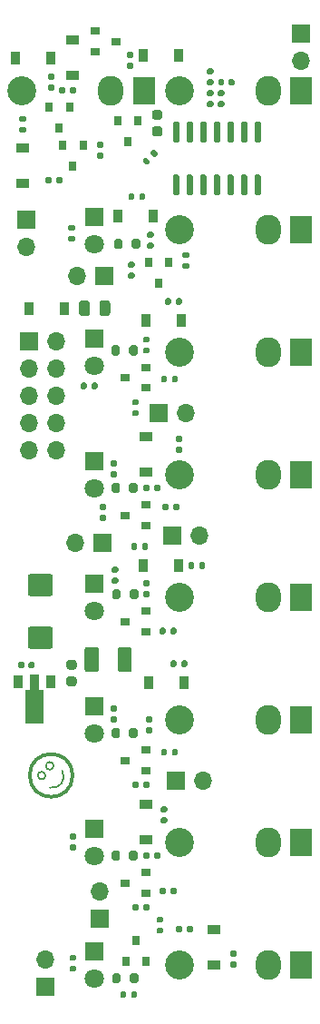
<source format=gts>
G04 #@! TF.GenerationSoftware,KiCad,Pcbnew,(5.1.10)-1*
G04 #@! TF.CreationDate,2021-11-26T00:00:13+01:00*
G04 #@! TF.ProjectId,clockdiv,636c6f63-6b64-4697-962e-6b696361645f,rev?*
G04 #@! TF.SameCoordinates,Original*
G04 #@! TF.FileFunction,Soldermask,Top*
G04 #@! TF.FilePolarity,Negative*
%FSLAX46Y46*%
G04 Gerber Fmt 4.6, Leading zero omitted, Abs format (unit mm)*
G04 Created by KiCad (PCBNEW (5.1.10)-1) date 2021-11-26 00:00:13*
%MOMM*%
%LPD*%
G01*
G04 APERTURE LIST*
%ADD10C,0.150000*%
%ADD11C,0.300000*%
%ADD12O,1.700000X1.700000*%
%ADD13R,1.700000X1.700000*%
%ADD14R,1.200000X0.900000*%
%ADD15R,0.900000X1.200000*%
%ADD16C,0.100000*%
%ADD17R,0.900000X1.300000*%
%ADD18O,2.350000X2.800000*%
%ADD19R,2.150000X2.600000*%
%ADD20C,2.700000*%
%ADD21R,0.800000X0.900000*%
%ADD22C,1.800000*%
%ADD23R,1.800000X1.800000*%
%ADD24R,0.900000X0.800000*%
G04 APERTURE END LIST*
D10*
X113293024Y-146527185D02*
G75*
G02*
X112141000Y-148082000I-898025J-538816D01*
G01*
X111738210Y-146960790D02*
G75*
G03*
X111738210Y-146960790I-359210J0D01*
G01*
X112500210Y-146050000D02*
G75*
G03*
X112500210Y-146050000I-359210J0D01*
G01*
D11*
X114268000Y-146942739D02*
G75*
G03*
X114268000Y-146942739I-2000000J0D01*
G01*
G04 #@! TO.C,C3*
G36*
G01*
X109754000Y-136482000D02*
X109754000Y-136822000D01*
G75*
G02*
X109614000Y-136962000I-140000J0D01*
G01*
X109334000Y-136962000D01*
G75*
G02*
X109194000Y-136822000I0J140000D01*
G01*
X109194000Y-136482000D01*
G75*
G02*
X109334000Y-136342000I140000J0D01*
G01*
X109614000Y-136342000D01*
G75*
G02*
X109754000Y-136482000I0J-140000D01*
G01*
G37*
G36*
G01*
X110714000Y-136482000D02*
X110714000Y-136822000D01*
G75*
G02*
X110574000Y-136962000I-140000J0D01*
G01*
X110294000Y-136962000D01*
G75*
G02*
X110154000Y-136822000I0J140000D01*
G01*
X110154000Y-136482000D01*
G75*
G02*
X110294000Y-136342000I140000J0D01*
G01*
X110574000Y-136342000D01*
G75*
G02*
X110714000Y-136482000I0J-140000D01*
G01*
G37*
G04 #@! TD*
G04 #@! TO.C,C1*
G36*
G01*
X128823000Y-82466000D02*
X128823000Y-82126000D01*
G75*
G02*
X128963000Y-81986000I140000J0D01*
G01*
X129243000Y-81986000D01*
G75*
G02*
X129383000Y-82126000I0J-140000D01*
G01*
X129383000Y-82466000D01*
G75*
G02*
X129243000Y-82606000I-140000J0D01*
G01*
X128963000Y-82606000D01*
G75*
G02*
X128823000Y-82466000I0J140000D01*
G01*
G37*
G36*
G01*
X127863000Y-82466000D02*
X127863000Y-82126000D01*
G75*
G02*
X128003000Y-81986000I140000J0D01*
G01*
X128283000Y-81986000D01*
G75*
G02*
X128423000Y-82126000I0J-140000D01*
G01*
X128423000Y-82466000D01*
G75*
G02*
X128283000Y-82606000I-140000J0D01*
G01*
X128003000Y-82606000D01*
G75*
G02*
X127863000Y-82466000I0J140000D01*
G01*
G37*
G04 #@! TD*
G04 #@! TO.C,R52*
G36*
G01*
X119267000Y-167201000D02*
X119267000Y-167571000D01*
G75*
G02*
X119132000Y-167706000I-135000J0D01*
G01*
X118862000Y-167706000D01*
G75*
G02*
X118727000Y-167571000I0J135000D01*
G01*
X118727000Y-167201000D01*
G75*
G02*
X118862000Y-167066000I135000J0D01*
G01*
X119132000Y-167066000D01*
G75*
G02*
X119267000Y-167201000I0J-135000D01*
G01*
G37*
G36*
G01*
X120287000Y-167201000D02*
X120287000Y-167571000D01*
G75*
G02*
X120152000Y-167706000I-135000J0D01*
G01*
X119882000Y-167706000D01*
G75*
G02*
X119747000Y-167571000I0J135000D01*
G01*
X119747000Y-167201000D01*
G75*
G02*
X119882000Y-167066000I135000J0D01*
G01*
X120152000Y-167066000D01*
G75*
G02*
X120287000Y-167201000I0J-135000D01*
G01*
G37*
G04 #@! TD*
G04 #@! TO.C,R51*
G36*
G01*
X120890000Y-159443000D02*
X120890000Y-159073000D01*
G75*
G02*
X121025000Y-158938000I135000J0D01*
G01*
X121295000Y-158938000D01*
G75*
G02*
X121430000Y-159073000I0J-135000D01*
G01*
X121430000Y-159443000D01*
G75*
G02*
X121295000Y-159578000I-135000J0D01*
G01*
X121025000Y-159578000D01*
G75*
G02*
X120890000Y-159443000I0J135000D01*
G01*
G37*
G36*
G01*
X119870000Y-159443000D02*
X119870000Y-159073000D01*
G75*
G02*
X120005000Y-158938000I135000J0D01*
G01*
X120275000Y-158938000D01*
G75*
G02*
X120410000Y-159073000I0J-135000D01*
G01*
X120410000Y-159443000D01*
G75*
G02*
X120275000Y-159578000I-135000J0D01*
G01*
X120005000Y-159578000D01*
G75*
G02*
X119870000Y-159443000I0J135000D01*
G01*
G37*
G04 #@! TD*
G04 #@! TO.C,R50*
G36*
G01*
X120888000Y-148013000D02*
X120888000Y-147643000D01*
G75*
G02*
X121023000Y-147508000I135000J0D01*
G01*
X121293000Y-147508000D01*
G75*
G02*
X121428000Y-147643000I0J-135000D01*
G01*
X121428000Y-148013000D01*
G75*
G02*
X121293000Y-148148000I-135000J0D01*
G01*
X121023000Y-148148000D01*
G75*
G02*
X120888000Y-148013000I0J135000D01*
G01*
G37*
G36*
G01*
X119868000Y-148013000D02*
X119868000Y-147643000D01*
G75*
G02*
X120003000Y-147508000I135000J0D01*
G01*
X120273000Y-147508000D01*
G75*
G02*
X120408000Y-147643000I0J-135000D01*
G01*
X120408000Y-148013000D01*
G75*
G02*
X120273000Y-148148000I-135000J0D01*
G01*
X120003000Y-148148000D01*
G75*
G02*
X119868000Y-148013000I0J135000D01*
G01*
G37*
G04 #@! TD*
G04 #@! TO.C,R49*
G36*
G01*
X120763000Y-125788000D02*
X120763000Y-125418000D01*
G75*
G02*
X120898000Y-125283000I135000J0D01*
G01*
X121168000Y-125283000D01*
G75*
G02*
X121303000Y-125418000I0J-135000D01*
G01*
X121303000Y-125788000D01*
G75*
G02*
X121168000Y-125923000I-135000J0D01*
G01*
X120898000Y-125923000D01*
G75*
G02*
X120763000Y-125788000I0J135000D01*
G01*
G37*
G36*
G01*
X119743000Y-125788000D02*
X119743000Y-125418000D01*
G75*
G02*
X119878000Y-125283000I135000J0D01*
G01*
X120148000Y-125283000D01*
G75*
G02*
X120283000Y-125418000I0J-135000D01*
G01*
X120283000Y-125788000D01*
G75*
G02*
X120148000Y-125923000I-135000J0D01*
G01*
X119878000Y-125923000D01*
G75*
G02*
X119743000Y-125788000I0J135000D01*
G01*
G37*
G04 #@! TD*
G04 #@! TO.C,R48*
G36*
G01*
X119957000Y-112889000D02*
X120327000Y-112889000D01*
G75*
G02*
X120462000Y-113024000I0J-135000D01*
G01*
X120462000Y-113294000D01*
G75*
G02*
X120327000Y-113429000I-135000J0D01*
G01*
X119957000Y-113429000D01*
G75*
G02*
X119822000Y-113294000I0J135000D01*
G01*
X119822000Y-113024000D01*
G75*
G02*
X119957000Y-112889000I135000J0D01*
G01*
G37*
G36*
G01*
X119957000Y-111869000D02*
X120327000Y-111869000D01*
G75*
G02*
X120462000Y-112004000I0J-135000D01*
G01*
X120462000Y-112274000D01*
G75*
G02*
X120327000Y-112409000I-135000J0D01*
G01*
X119957000Y-112409000D01*
G75*
G02*
X119822000Y-112274000I0J135000D01*
G01*
X119822000Y-112004000D01*
G75*
G02*
X119957000Y-111869000I135000J0D01*
G01*
G37*
G04 #@! TD*
G04 #@! TO.C,R47*
G36*
G01*
X116909000Y-122670000D02*
X117279000Y-122670000D01*
G75*
G02*
X117414000Y-122805000I0J-135000D01*
G01*
X117414000Y-123075000D01*
G75*
G02*
X117279000Y-123210000I-135000J0D01*
G01*
X116909000Y-123210000D01*
G75*
G02*
X116774000Y-123075000I0J135000D01*
G01*
X116774000Y-122805000D01*
G75*
G02*
X116909000Y-122670000I135000J0D01*
G01*
G37*
G36*
G01*
X116909000Y-121650000D02*
X117279000Y-121650000D01*
G75*
G02*
X117414000Y-121785000I0J-135000D01*
G01*
X117414000Y-122055000D01*
G75*
G02*
X117279000Y-122190000I-135000J0D01*
G01*
X116909000Y-122190000D01*
G75*
G02*
X116774000Y-122055000I0J135000D01*
G01*
X116774000Y-121785000D01*
G75*
G02*
X116909000Y-121650000I135000J0D01*
G01*
G37*
G04 #@! TD*
G04 #@! TO.C,R46*
G36*
G01*
X119576000Y-100062000D02*
X119946000Y-100062000D01*
G75*
G02*
X120081000Y-100197000I0J-135000D01*
G01*
X120081000Y-100467000D01*
G75*
G02*
X119946000Y-100602000I-135000J0D01*
G01*
X119576000Y-100602000D01*
G75*
G02*
X119441000Y-100467000I0J135000D01*
G01*
X119441000Y-100197000D01*
G75*
G02*
X119576000Y-100062000I135000J0D01*
G01*
G37*
G36*
G01*
X119576000Y-99042000D02*
X119946000Y-99042000D01*
G75*
G02*
X120081000Y-99177000I0J-135000D01*
G01*
X120081000Y-99447000D01*
G75*
G02*
X119946000Y-99582000I-135000J0D01*
G01*
X119576000Y-99582000D01*
G75*
G02*
X119441000Y-99447000I0J135000D01*
G01*
X119441000Y-99177000D01*
G75*
G02*
X119576000Y-99042000I135000J0D01*
G01*
G37*
G04 #@! TD*
D12*
G04 #@! TO.C,J19*
X111760000Y-164084000D03*
D13*
X111760000Y-166624000D03*
G04 #@! TD*
D12*
G04 #@! TO.C,J18*
X116840000Y-157734000D03*
D13*
X116840000Y-160274000D03*
G04 #@! TD*
D12*
G04 #@! TO.C,J17*
X126492000Y-147447000D03*
D13*
X123952000Y-147447000D03*
G04 #@! TD*
D12*
G04 #@! TO.C,J16*
X126111000Y-124587000D03*
D13*
X123571000Y-124587000D03*
G04 #@! TD*
D12*
G04 #@! TO.C,J15*
X124841000Y-113157000D03*
D13*
X122301000Y-113157000D03*
G04 #@! TD*
D12*
G04 #@! TO.C,J14*
X114554000Y-125222000D03*
D13*
X117094000Y-125222000D03*
G04 #@! TD*
D12*
G04 #@! TO.C,J13*
X114681000Y-100330000D03*
D13*
X117221000Y-100330000D03*
G04 #@! TD*
G04 #@! TO.C,R45*
G36*
G01*
X114115000Y-164705000D02*
X114485000Y-164705000D01*
G75*
G02*
X114620000Y-164840000I0J-135000D01*
G01*
X114620000Y-165110000D01*
G75*
G02*
X114485000Y-165245000I-135000J0D01*
G01*
X114115000Y-165245000D01*
G75*
G02*
X113980000Y-165110000I0J135000D01*
G01*
X113980000Y-164840000D01*
G75*
G02*
X114115000Y-164705000I135000J0D01*
G01*
G37*
G36*
G01*
X114115000Y-163685000D02*
X114485000Y-163685000D01*
G75*
G02*
X114620000Y-163820000I0J-135000D01*
G01*
X114620000Y-164090000D01*
G75*
G02*
X114485000Y-164225000I-135000J0D01*
G01*
X114115000Y-164225000D01*
G75*
G02*
X113980000Y-164090000I0J135000D01*
G01*
X113980000Y-163820000D01*
G75*
G02*
X114115000Y-163685000I135000J0D01*
G01*
G37*
G04 #@! TD*
G04 #@! TO.C,R44*
G36*
G01*
X129471000Y-163844000D02*
X129101000Y-163844000D01*
G75*
G02*
X128966000Y-163709000I0J135000D01*
G01*
X128966000Y-163439000D01*
G75*
G02*
X129101000Y-163304000I135000J0D01*
G01*
X129471000Y-163304000D01*
G75*
G02*
X129606000Y-163439000I0J-135000D01*
G01*
X129606000Y-163709000D01*
G75*
G02*
X129471000Y-163844000I-135000J0D01*
G01*
G37*
G36*
G01*
X129471000Y-164864000D02*
X129101000Y-164864000D01*
G75*
G02*
X128966000Y-164729000I0J135000D01*
G01*
X128966000Y-164459000D01*
G75*
G02*
X129101000Y-164324000I135000J0D01*
G01*
X129471000Y-164324000D01*
G75*
G02*
X129606000Y-164459000I0J-135000D01*
G01*
X129606000Y-164729000D01*
G75*
G02*
X129471000Y-164864000I-135000J0D01*
G01*
G37*
G04 #@! TD*
G04 #@! TO.C,R43*
G36*
G01*
X114115000Y-153402000D02*
X114485000Y-153402000D01*
G75*
G02*
X114620000Y-153537000I0J-135000D01*
G01*
X114620000Y-153807000D01*
G75*
G02*
X114485000Y-153942000I-135000J0D01*
G01*
X114115000Y-153942000D01*
G75*
G02*
X113980000Y-153807000I0J135000D01*
G01*
X113980000Y-153537000D01*
G75*
G02*
X114115000Y-153402000I135000J0D01*
G01*
G37*
G36*
G01*
X114115000Y-152382000D02*
X114485000Y-152382000D01*
G75*
G02*
X114620000Y-152517000I0J-135000D01*
G01*
X114620000Y-152787000D01*
G75*
G02*
X114485000Y-152922000I-135000J0D01*
G01*
X114115000Y-152922000D01*
G75*
G02*
X113980000Y-152787000I0J135000D01*
G01*
X113980000Y-152517000D01*
G75*
G02*
X114115000Y-152382000I135000J0D01*
G01*
G37*
G04 #@! TD*
G04 #@! TO.C,R42*
G36*
G01*
X122994000Y-150380000D02*
X122624000Y-150380000D01*
G75*
G02*
X122489000Y-150245000I0J135000D01*
G01*
X122489000Y-149975000D01*
G75*
G02*
X122624000Y-149840000I135000J0D01*
G01*
X122994000Y-149840000D01*
G75*
G02*
X123129000Y-149975000I0J-135000D01*
G01*
X123129000Y-150245000D01*
G75*
G02*
X122994000Y-150380000I-135000J0D01*
G01*
G37*
G36*
G01*
X122994000Y-151400000D02*
X122624000Y-151400000D01*
G75*
G02*
X122489000Y-151265000I0J135000D01*
G01*
X122489000Y-150995000D01*
G75*
G02*
X122624000Y-150860000I135000J0D01*
G01*
X122994000Y-150860000D01*
G75*
G02*
X123129000Y-150995000I0J-135000D01*
G01*
X123129000Y-151265000D01*
G75*
G02*
X122994000Y-151400000I-135000J0D01*
G01*
G37*
G04 #@! TD*
G04 #@! TO.C,R41*
G36*
G01*
X117925000Y-141464000D02*
X118295000Y-141464000D01*
G75*
G02*
X118430000Y-141599000I0J-135000D01*
G01*
X118430000Y-141869000D01*
G75*
G02*
X118295000Y-142004000I-135000J0D01*
G01*
X117925000Y-142004000D01*
G75*
G02*
X117790000Y-141869000I0J135000D01*
G01*
X117790000Y-141599000D01*
G75*
G02*
X117925000Y-141464000I135000J0D01*
G01*
G37*
G36*
G01*
X117925000Y-140444000D02*
X118295000Y-140444000D01*
G75*
G02*
X118430000Y-140579000I0J-135000D01*
G01*
X118430000Y-140849000D01*
G75*
G02*
X118295000Y-140984000I-135000J0D01*
G01*
X117925000Y-140984000D01*
G75*
G02*
X117790000Y-140849000I0J135000D01*
G01*
X117790000Y-140579000D01*
G75*
G02*
X117925000Y-140444000I135000J0D01*
G01*
G37*
G04 #@! TD*
G04 #@! TO.C,R40*
G36*
G01*
X123966000Y-136340000D02*
X123966000Y-136710000D01*
G75*
G02*
X123831000Y-136845000I-135000J0D01*
G01*
X123561000Y-136845000D01*
G75*
G02*
X123426000Y-136710000I0J135000D01*
G01*
X123426000Y-136340000D01*
G75*
G02*
X123561000Y-136205000I135000J0D01*
G01*
X123831000Y-136205000D01*
G75*
G02*
X123966000Y-136340000I0J-135000D01*
G01*
G37*
G36*
G01*
X124986000Y-136340000D02*
X124986000Y-136710000D01*
G75*
G02*
X124851000Y-136845000I-135000J0D01*
G01*
X124581000Y-136845000D01*
G75*
G02*
X124446000Y-136710000I0J135000D01*
G01*
X124446000Y-136340000D01*
G75*
G02*
X124581000Y-136205000I135000J0D01*
G01*
X124851000Y-136205000D01*
G75*
G02*
X124986000Y-136340000I0J-135000D01*
G01*
G37*
G04 #@! TD*
G04 #@! TO.C,R39*
G36*
G01*
X118052000Y-128508000D02*
X118422000Y-128508000D01*
G75*
G02*
X118557000Y-128643000I0J-135000D01*
G01*
X118557000Y-128913000D01*
G75*
G02*
X118422000Y-129048000I-135000J0D01*
G01*
X118052000Y-129048000D01*
G75*
G02*
X117917000Y-128913000I0J135000D01*
G01*
X117917000Y-128643000D01*
G75*
G02*
X118052000Y-128508000I135000J0D01*
G01*
G37*
G36*
G01*
X118052000Y-127488000D02*
X118422000Y-127488000D01*
G75*
G02*
X118557000Y-127623000I0J-135000D01*
G01*
X118557000Y-127893000D01*
G75*
G02*
X118422000Y-128028000I-135000J0D01*
G01*
X118052000Y-128028000D01*
G75*
G02*
X117917000Y-127893000I0J135000D01*
G01*
X117917000Y-127623000D01*
G75*
G02*
X118052000Y-127488000I135000J0D01*
G01*
G37*
G04 #@! TD*
G04 #@! TO.C,R38*
G36*
G01*
X126097000Y-127566000D02*
X126097000Y-127196000D01*
G75*
G02*
X126232000Y-127061000I135000J0D01*
G01*
X126502000Y-127061000D01*
G75*
G02*
X126637000Y-127196000I0J-135000D01*
G01*
X126637000Y-127566000D01*
G75*
G02*
X126502000Y-127701000I-135000J0D01*
G01*
X126232000Y-127701000D01*
G75*
G02*
X126097000Y-127566000I0J135000D01*
G01*
G37*
G36*
G01*
X125077000Y-127566000D02*
X125077000Y-127196000D01*
G75*
G02*
X125212000Y-127061000I135000J0D01*
G01*
X125482000Y-127061000D01*
G75*
G02*
X125617000Y-127196000I0J-135000D01*
G01*
X125617000Y-127566000D01*
G75*
G02*
X125482000Y-127701000I-135000J0D01*
G01*
X125212000Y-127701000D01*
G75*
G02*
X125077000Y-127566000I0J135000D01*
G01*
G37*
G04 #@! TD*
G04 #@! TO.C,R37*
G36*
G01*
X116064000Y-110802000D02*
X116064000Y-110432000D01*
G75*
G02*
X116199000Y-110297000I135000J0D01*
G01*
X116469000Y-110297000D01*
G75*
G02*
X116604000Y-110432000I0J-135000D01*
G01*
X116604000Y-110802000D01*
G75*
G02*
X116469000Y-110937000I-135000J0D01*
G01*
X116199000Y-110937000D01*
G75*
G02*
X116064000Y-110802000I0J135000D01*
G01*
G37*
G36*
G01*
X115044000Y-110802000D02*
X115044000Y-110432000D01*
G75*
G02*
X115179000Y-110297000I135000J0D01*
G01*
X115449000Y-110297000D01*
G75*
G02*
X115584000Y-110432000I0J-135000D01*
G01*
X115584000Y-110802000D01*
G75*
G02*
X115449000Y-110937000I-135000J0D01*
G01*
X115179000Y-110937000D01*
G75*
G02*
X115044000Y-110802000I0J135000D01*
G01*
G37*
G04 #@! TD*
G04 #@! TO.C,R36*
G36*
G01*
X123456000Y-102558000D02*
X123456000Y-102928000D01*
G75*
G02*
X123321000Y-103063000I-135000J0D01*
G01*
X123051000Y-103063000D01*
G75*
G02*
X122916000Y-102928000I0J135000D01*
G01*
X122916000Y-102558000D01*
G75*
G02*
X123051000Y-102423000I135000J0D01*
G01*
X123321000Y-102423000D01*
G75*
G02*
X123456000Y-102558000I0J-135000D01*
G01*
G37*
G36*
G01*
X124476000Y-102558000D02*
X124476000Y-102928000D01*
G75*
G02*
X124341000Y-103063000I-135000J0D01*
G01*
X124071000Y-103063000D01*
G75*
G02*
X123936000Y-102928000I0J135000D01*
G01*
X123936000Y-102558000D01*
G75*
G02*
X124071000Y-102423000I135000J0D01*
G01*
X124341000Y-102423000D01*
G75*
G02*
X124476000Y-102558000I0J-135000D01*
G01*
G37*
G04 #@! TD*
G04 #@! TO.C,R35*
G36*
G01*
X117925000Y-118602000D02*
X118295000Y-118602000D01*
G75*
G02*
X118430000Y-118737000I0J-135000D01*
G01*
X118430000Y-119007000D01*
G75*
G02*
X118295000Y-119142000I-135000J0D01*
G01*
X117925000Y-119142000D01*
G75*
G02*
X117790000Y-119007000I0J135000D01*
G01*
X117790000Y-118737000D01*
G75*
G02*
X117925000Y-118602000I135000J0D01*
G01*
G37*
G36*
G01*
X117925000Y-117582000D02*
X118295000Y-117582000D01*
G75*
G02*
X118430000Y-117717000I0J-135000D01*
G01*
X118430000Y-117987000D01*
G75*
G02*
X118295000Y-118122000I-135000J0D01*
G01*
X117925000Y-118122000D01*
G75*
G02*
X117790000Y-117987000I0J135000D01*
G01*
X117790000Y-117717000D01*
G75*
G02*
X117925000Y-117582000I135000J0D01*
G01*
G37*
G04 #@! TD*
G04 #@! TO.C,R34*
G36*
G01*
X124391000Y-115836000D02*
X124021000Y-115836000D01*
G75*
G02*
X123886000Y-115701000I0J135000D01*
G01*
X123886000Y-115431000D01*
G75*
G02*
X124021000Y-115296000I135000J0D01*
G01*
X124391000Y-115296000D01*
G75*
G02*
X124526000Y-115431000I0J-135000D01*
G01*
X124526000Y-115701000D01*
G75*
G02*
X124391000Y-115836000I-135000J0D01*
G01*
G37*
G36*
G01*
X124391000Y-116856000D02*
X124021000Y-116856000D01*
G75*
G02*
X123886000Y-116721000I0J135000D01*
G01*
X123886000Y-116451000D01*
G75*
G02*
X124021000Y-116316000I135000J0D01*
G01*
X124391000Y-116316000D01*
G75*
G02*
X124526000Y-116451000I0J-135000D01*
G01*
X124526000Y-116721000D01*
G75*
G02*
X124391000Y-116856000I-135000J0D01*
G01*
G37*
G04 #@! TD*
G04 #@! TO.C,R33*
G36*
G01*
X113988000Y-95613000D02*
X114358000Y-95613000D01*
G75*
G02*
X114493000Y-95748000I0J-135000D01*
G01*
X114493000Y-96018000D01*
G75*
G02*
X114358000Y-96153000I-135000J0D01*
G01*
X113988000Y-96153000D01*
G75*
G02*
X113853000Y-96018000I0J135000D01*
G01*
X113853000Y-95748000D01*
G75*
G02*
X113988000Y-95613000I135000J0D01*
G01*
G37*
G36*
G01*
X113988000Y-96633000D02*
X114358000Y-96633000D01*
G75*
G02*
X114493000Y-96768000I0J-135000D01*
G01*
X114493000Y-97038000D01*
G75*
G02*
X114358000Y-97173000I-135000J0D01*
G01*
X113988000Y-97173000D01*
G75*
G02*
X113853000Y-97038000I0J135000D01*
G01*
X113853000Y-96768000D01*
G75*
G02*
X113988000Y-96633000I135000J0D01*
G01*
G37*
G04 #@! TD*
G04 #@! TO.C,R32*
G36*
G01*
X120027000Y-92779000D02*
X120027000Y-93149000D01*
G75*
G02*
X119892000Y-93284000I-135000J0D01*
G01*
X119622000Y-93284000D01*
G75*
G02*
X119487000Y-93149000I0J135000D01*
G01*
X119487000Y-92779000D01*
G75*
G02*
X119622000Y-92644000I135000J0D01*
G01*
X119892000Y-92644000D01*
G75*
G02*
X120027000Y-92779000I0J-135000D01*
G01*
G37*
G36*
G01*
X121047000Y-92779000D02*
X121047000Y-93149000D01*
G75*
G02*
X120912000Y-93284000I-135000J0D01*
G01*
X120642000Y-93284000D01*
G75*
G02*
X120507000Y-93149000I0J135000D01*
G01*
X120507000Y-92779000D01*
G75*
G02*
X120642000Y-92644000I135000J0D01*
G01*
X120912000Y-92644000D01*
G75*
G02*
X121047000Y-92779000I0J-135000D01*
G01*
G37*
G04 #@! TD*
D14*
G04 #@! TO.C,D19*
X127508000Y-161291000D03*
X127508000Y-164591000D03*
G04 #@! TD*
G04 #@! TO.C,D18*
X121158000Y-152907000D03*
X121158000Y-149607000D03*
G04 #@! TD*
D15*
G04 #@! TO.C,D17*
X121412000Y-138303000D03*
X124712000Y-138303000D03*
G04 #@! TD*
G04 #@! TO.C,D16*
X120905000Y-127381000D03*
X124205000Y-127381000D03*
G04 #@! TD*
G04 #@! TO.C,D15*
X121158000Y-104521000D03*
X124458000Y-104521000D03*
G04 #@! TD*
D14*
G04 #@! TO.C,D14*
X121158000Y-118618000D03*
X121158000Y-115318000D03*
G04 #@! TD*
D15*
G04 #@! TO.C,D13*
X118492000Y-94742000D03*
X121792000Y-94742000D03*
G04 #@! TD*
D16*
G04 #@! TO.C,U2*
G36*
X109853500Y-142126000D02*
G01*
X109853500Y-139001000D01*
X110270000Y-139001000D01*
X110270000Y-137526000D01*
X111170000Y-137526000D01*
X111170000Y-139001000D01*
X111586500Y-139001000D01*
X111586500Y-142126000D01*
X109853500Y-142126000D01*
G37*
D17*
X109220000Y-138176000D03*
X112220000Y-138176000D03*
G04 #@! TD*
G04 #@! TO.C,C7*
G36*
G01*
X113923000Y-137726000D02*
X114423000Y-137726000D01*
G75*
G02*
X114648000Y-137951000I0J-225000D01*
G01*
X114648000Y-138401000D01*
G75*
G02*
X114423000Y-138626000I-225000J0D01*
G01*
X113923000Y-138626000D01*
G75*
G02*
X113698000Y-138401000I0J225000D01*
G01*
X113698000Y-137951000D01*
G75*
G02*
X113923000Y-137726000I225000J0D01*
G01*
G37*
G36*
G01*
X113923000Y-136176000D02*
X114423000Y-136176000D01*
G75*
G02*
X114648000Y-136401000I0J-225000D01*
G01*
X114648000Y-136851000D01*
G75*
G02*
X114423000Y-137076000I-225000J0D01*
G01*
X113923000Y-137076000D01*
G75*
G02*
X113698000Y-136851000I0J225000D01*
G01*
X113698000Y-136401000D01*
G75*
G02*
X113923000Y-136176000I225000J0D01*
G01*
G37*
G04 #@! TD*
G04 #@! TO.C,R22*
G36*
G01*
X122950000Y-133292000D02*
X122950000Y-133662000D01*
G75*
G02*
X122815000Y-133797000I-135000J0D01*
G01*
X122545000Y-133797000D01*
G75*
G02*
X122410000Y-133662000I0J135000D01*
G01*
X122410000Y-133292000D01*
G75*
G02*
X122545000Y-133157000I135000J0D01*
G01*
X122815000Y-133157000D01*
G75*
G02*
X122950000Y-133292000I0J-135000D01*
G01*
G37*
G36*
G01*
X123970000Y-133292000D02*
X123970000Y-133662000D01*
G75*
G02*
X123835000Y-133797000I-135000J0D01*
G01*
X123565000Y-133797000D01*
G75*
G02*
X123430000Y-133662000I0J135000D01*
G01*
X123430000Y-133292000D01*
G75*
G02*
X123565000Y-133157000I135000J0D01*
G01*
X123835000Y-133157000D01*
G75*
G02*
X123970000Y-133292000I0J-135000D01*
G01*
G37*
G04 #@! TD*
D18*
G04 #@! TO.C,J2*
X117856000Y-83058000D03*
D19*
X120956000Y-83058000D03*
D20*
X109556000Y-83058000D03*
G04 #@! TD*
G04 #@! TO.C,R31*
G36*
G01*
X118764000Y-165587000D02*
X118764000Y-166137000D01*
G75*
G02*
X118564000Y-166337000I-200000J0D01*
G01*
X118164000Y-166337000D01*
G75*
G02*
X117964000Y-166137000I0J200000D01*
G01*
X117964000Y-165587000D01*
G75*
G02*
X118164000Y-165387000I200000J0D01*
G01*
X118564000Y-165387000D01*
G75*
G02*
X118764000Y-165587000I0J-200000D01*
G01*
G37*
G36*
G01*
X120414000Y-165587000D02*
X120414000Y-166137000D01*
G75*
G02*
X120214000Y-166337000I-200000J0D01*
G01*
X119814000Y-166337000D01*
G75*
G02*
X119614000Y-166137000I0J200000D01*
G01*
X119614000Y-165587000D01*
G75*
G02*
X119814000Y-165387000I200000J0D01*
G01*
X120214000Y-165387000D01*
G75*
G02*
X120414000Y-165587000I0J-200000D01*
G01*
G37*
G04 #@! TD*
G04 #@! TO.C,R30*
G36*
G01*
X118701000Y-154157000D02*
X118701000Y-154707000D01*
G75*
G02*
X118501000Y-154907000I-200000J0D01*
G01*
X118101000Y-154907000D01*
G75*
G02*
X117901000Y-154707000I0J200000D01*
G01*
X117901000Y-154157000D01*
G75*
G02*
X118101000Y-153957000I200000J0D01*
G01*
X118501000Y-153957000D01*
G75*
G02*
X118701000Y-154157000I0J-200000D01*
G01*
G37*
G36*
G01*
X120351000Y-154157000D02*
X120351000Y-154707000D01*
G75*
G02*
X120151000Y-154907000I-200000J0D01*
G01*
X119751000Y-154907000D01*
G75*
G02*
X119551000Y-154707000I0J200000D01*
G01*
X119551000Y-154157000D01*
G75*
G02*
X119751000Y-153957000I200000J0D01*
G01*
X120151000Y-153957000D01*
G75*
G02*
X120351000Y-154157000I0J-200000D01*
G01*
G37*
G04 #@! TD*
G04 #@! TO.C,R27*
G36*
G01*
X118701000Y-142727000D02*
X118701000Y-143277000D01*
G75*
G02*
X118501000Y-143477000I-200000J0D01*
G01*
X118101000Y-143477000D01*
G75*
G02*
X117901000Y-143277000I0J200000D01*
G01*
X117901000Y-142727000D01*
G75*
G02*
X118101000Y-142527000I200000J0D01*
G01*
X118501000Y-142527000D01*
G75*
G02*
X118701000Y-142727000I0J-200000D01*
G01*
G37*
G36*
G01*
X120351000Y-142727000D02*
X120351000Y-143277000D01*
G75*
G02*
X120151000Y-143477000I-200000J0D01*
G01*
X119751000Y-143477000D01*
G75*
G02*
X119551000Y-143277000I0J200000D01*
G01*
X119551000Y-142727000D01*
G75*
G02*
X119751000Y-142527000I200000J0D01*
G01*
X120151000Y-142527000D01*
G75*
G02*
X120351000Y-142727000I0J-200000D01*
G01*
G37*
G04 #@! TD*
G04 #@! TO.C,R24*
G36*
G01*
X118764000Y-129773000D02*
X118764000Y-130323000D01*
G75*
G02*
X118564000Y-130523000I-200000J0D01*
G01*
X118164000Y-130523000D01*
G75*
G02*
X117964000Y-130323000I0J200000D01*
G01*
X117964000Y-129773000D01*
G75*
G02*
X118164000Y-129573000I200000J0D01*
G01*
X118564000Y-129573000D01*
G75*
G02*
X118764000Y-129773000I0J-200000D01*
G01*
G37*
G36*
G01*
X120414000Y-129773000D02*
X120414000Y-130323000D01*
G75*
G02*
X120214000Y-130523000I-200000J0D01*
G01*
X119814000Y-130523000D01*
G75*
G02*
X119614000Y-130323000I0J200000D01*
G01*
X119614000Y-129773000D01*
G75*
G02*
X119814000Y-129573000I200000J0D01*
G01*
X120214000Y-129573000D01*
G75*
G02*
X120414000Y-129773000I0J-200000D01*
G01*
G37*
G04 #@! TD*
G04 #@! TO.C,R21*
G36*
G01*
X118701000Y-107040000D02*
X118701000Y-107590000D01*
G75*
G02*
X118501000Y-107790000I-200000J0D01*
G01*
X118101000Y-107790000D01*
G75*
G02*
X117901000Y-107590000I0J200000D01*
G01*
X117901000Y-107040000D01*
G75*
G02*
X118101000Y-106840000I200000J0D01*
G01*
X118501000Y-106840000D01*
G75*
G02*
X118701000Y-107040000I0J-200000D01*
G01*
G37*
G36*
G01*
X120351000Y-107040000D02*
X120351000Y-107590000D01*
G75*
G02*
X120151000Y-107790000I-200000J0D01*
G01*
X119751000Y-107790000D01*
G75*
G02*
X119551000Y-107590000I0J200000D01*
G01*
X119551000Y-107040000D01*
G75*
G02*
X119751000Y-106840000I200000J0D01*
G01*
X120151000Y-106840000D01*
G75*
G02*
X120351000Y-107040000I0J-200000D01*
G01*
G37*
G04 #@! TD*
G04 #@! TO.C,R18*
G36*
G01*
X118701000Y-119867000D02*
X118701000Y-120417000D01*
G75*
G02*
X118501000Y-120617000I-200000J0D01*
G01*
X118101000Y-120617000D01*
G75*
G02*
X117901000Y-120417000I0J200000D01*
G01*
X117901000Y-119867000D01*
G75*
G02*
X118101000Y-119667000I200000J0D01*
G01*
X118501000Y-119667000D01*
G75*
G02*
X118701000Y-119867000I0J-200000D01*
G01*
G37*
G36*
G01*
X120351000Y-119867000D02*
X120351000Y-120417000D01*
G75*
G02*
X120151000Y-120617000I-200000J0D01*
G01*
X119751000Y-120617000D01*
G75*
G02*
X119551000Y-120417000I0J200000D01*
G01*
X119551000Y-119867000D01*
G75*
G02*
X119751000Y-119667000I200000J0D01*
G01*
X120151000Y-119667000D01*
G75*
G02*
X120351000Y-119867000I0J-200000D01*
G01*
G37*
G04 #@! TD*
G04 #@! TO.C,R15*
G36*
G01*
X118942800Y-97108600D02*
X118942800Y-97658600D01*
G75*
G02*
X118742800Y-97858600I-200000J0D01*
G01*
X118342800Y-97858600D01*
G75*
G02*
X118142800Y-97658600I0J200000D01*
G01*
X118142800Y-97108600D01*
G75*
G02*
X118342800Y-96908600I200000J0D01*
G01*
X118742800Y-96908600D01*
G75*
G02*
X118942800Y-97108600I0J-200000D01*
G01*
G37*
G36*
G01*
X120592800Y-97108600D02*
X120592800Y-97658600D01*
G75*
G02*
X120392800Y-97858600I-200000J0D01*
G01*
X119992800Y-97858600D01*
G75*
G02*
X119792800Y-97658600I0J200000D01*
G01*
X119792800Y-97108600D01*
G75*
G02*
X119992800Y-96908600I200000J0D01*
G01*
X120392800Y-96908600D01*
G75*
G02*
X120592800Y-97108600I0J-200000D01*
G01*
G37*
G04 #@! TD*
G04 #@! TO.C,R8*
G36*
G01*
X121218104Y-89340267D02*
X121479733Y-89601896D01*
G75*
G02*
X121479733Y-89792814I-95459J-95459D01*
G01*
X121288814Y-89983733D01*
G75*
G02*
X121097896Y-89983733I-95459J95459D01*
G01*
X120836267Y-89722104D01*
G75*
G02*
X120836267Y-89531186I95459J95459D01*
G01*
X121027186Y-89340267D01*
G75*
G02*
X121218104Y-89340267I95459J-95459D01*
G01*
G37*
G36*
G01*
X121939352Y-88619019D02*
X122200981Y-88880648D01*
G75*
G02*
X122200981Y-89071566I-95459J-95459D01*
G01*
X122010062Y-89262485D01*
G75*
G02*
X121819144Y-89262485I-95459J95459D01*
G01*
X121557515Y-89000856D01*
G75*
G02*
X121557515Y-88809938I95459J95459D01*
G01*
X121748434Y-88619019D01*
G75*
G02*
X121939352Y-88619019I95459J-95459D01*
G01*
G37*
G04 #@! TD*
D12*
G04 #@! TO.C,J10*
X135636000Y-80264000D03*
D13*
X135636000Y-77724000D03*
G04 #@! TD*
D12*
G04 #@! TO.C,J3*
X109982000Y-97663000D03*
D13*
X109982000Y-95123000D03*
G04 #@! TD*
G04 #@! TO.C,C6*
G36*
G01*
X116727000Y-135218997D02*
X116727000Y-137069003D01*
G75*
G02*
X116477003Y-137319000I-249997J0D01*
G01*
X115651997Y-137319000D01*
G75*
G02*
X115402000Y-137069003I0J249997D01*
G01*
X115402000Y-135218997D01*
G75*
G02*
X115651997Y-134969000I249997J0D01*
G01*
X116477003Y-134969000D01*
G75*
G02*
X116727000Y-135218997I0J-249997D01*
G01*
G37*
G36*
G01*
X119802000Y-135218997D02*
X119802000Y-137069003D01*
G75*
G02*
X119552003Y-137319000I-249997J0D01*
G01*
X118726997Y-137319000D01*
G75*
G02*
X118477000Y-137069003I0J249997D01*
G01*
X118477000Y-135218997D01*
G75*
G02*
X118726997Y-134969000I249997J0D01*
G01*
X119552003Y-134969000D01*
G75*
G02*
X119802000Y-135218997I0J-249997D01*
G01*
G37*
G04 #@! TD*
G04 #@! TO.C,C5*
G36*
G01*
X112177000Y-130224500D02*
X110327000Y-130224500D01*
G75*
G02*
X110077000Y-129974500I0J250000D01*
G01*
X110077000Y-128399500D01*
G75*
G02*
X110327000Y-128149500I250000J0D01*
G01*
X112177000Y-128149500D01*
G75*
G02*
X112427000Y-128399500I0J-250000D01*
G01*
X112427000Y-129974500D01*
G75*
G02*
X112177000Y-130224500I-250000J0D01*
G01*
G37*
G36*
G01*
X112177000Y-135149500D02*
X110327000Y-135149500D01*
G75*
G02*
X110077000Y-134899500I0J250000D01*
G01*
X110077000Y-133324500D01*
G75*
G02*
X110327000Y-133074500I250000J0D01*
G01*
X112177000Y-133074500D01*
G75*
G02*
X112427000Y-133324500I0J-250000D01*
G01*
X112427000Y-134899500D01*
G75*
G02*
X112177000Y-135149500I-250000J0D01*
G01*
G37*
G04 #@! TD*
G04 #@! TO.C,R12*
G36*
G01*
X124954000Y-161475000D02*
X124954000Y-161105000D01*
G75*
G02*
X125089000Y-160970000I135000J0D01*
G01*
X125359000Y-160970000D01*
G75*
G02*
X125494000Y-161105000I0J-135000D01*
G01*
X125494000Y-161475000D01*
G75*
G02*
X125359000Y-161610000I-135000J0D01*
G01*
X125089000Y-161610000D01*
G75*
G02*
X124954000Y-161475000I0J135000D01*
G01*
G37*
G36*
G01*
X123934000Y-161475000D02*
X123934000Y-161105000D01*
G75*
G02*
X124069000Y-160970000I135000J0D01*
G01*
X124339000Y-160970000D01*
G75*
G02*
X124474000Y-161105000I0J-135000D01*
G01*
X124474000Y-161475000D01*
G75*
G02*
X124339000Y-161610000I-135000J0D01*
G01*
X124069000Y-161610000D01*
G75*
G02*
X123934000Y-161475000I0J135000D01*
G01*
G37*
G04 #@! TD*
G04 #@! TO.C,R10*
G36*
G01*
X122243000Y-161147000D02*
X122613000Y-161147000D01*
G75*
G02*
X122748000Y-161282000I0J-135000D01*
G01*
X122748000Y-161552000D01*
G75*
G02*
X122613000Y-161687000I-135000J0D01*
G01*
X122243000Y-161687000D01*
G75*
G02*
X122108000Y-161552000I0J135000D01*
G01*
X122108000Y-161282000D01*
G75*
G02*
X122243000Y-161147000I135000J0D01*
G01*
G37*
G36*
G01*
X122243000Y-160127000D02*
X122613000Y-160127000D01*
G75*
G02*
X122748000Y-160262000I0J-135000D01*
G01*
X122748000Y-160532000D01*
G75*
G02*
X122613000Y-160667000I-135000J0D01*
G01*
X122243000Y-160667000D01*
G75*
G02*
X122108000Y-160532000I0J135000D01*
G01*
X122108000Y-160262000D01*
G75*
G02*
X122243000Y-160127000I135000J0D01*
G01*
G37*
G04 #@! TD*
D21*
G04 #@! TO.C,Q5*
X120208000Y-162322000D03*
X121158000Y-164322000D03*
X119258000Y-164322000D03*
G04 #@! TD*
D18*
G04 #@! TO.C,J12*
X132536000Y-164592000D03*
D19*
X135636000Y-164592000D03*
D20*
X124236000Y-164592000D03*
G04 #@! TD*
D22*
G04 #@! TO.C,D6*
X116332000Y-165862000D03*
D23*
X116332000Y-163322000D03*
G04 #@! TD*
G04 #@! TO.C,U1*
G36*
G01*
X124102000Y-87908000D02*
X123802000Y-87908000D01*
G75*
G02*
X123652000Y-87758000I0J150000D01*
G01*
X123652000Y-86108000D01*
G75*
G02*
X123802000Y-85958000I150000J0D01*
G01*
X124102000Y-85958000D01*
G75*
G02*
X124252000Y-86108000I0J-150000D01*
G01*
X124252000Y-87758000D01*
G75*
G02*
X124102000Y-87908000I-150000J0D01*
G01*
G37*
G36*
G01*
X125372000Y-87908000D02*
X125072000Y-87908000D01*
G75*
G02*
X124922000Y-87758000I0J150000D01*
G01*
X124922000Y-86108000D01*
G75*
G02*
X125072000Y-85958000I150000J0D01*
G01*
X125372000Y-85958000D01*
G75*
G02*
X125522000Y-86108000I0J-150000D01*
G01*
X125522000Y-87758000D01*
G75*
G02*
X125372000Y-87908000I-150000J0D01*
G01*
G37*
G36*
G01*
X126642000Y-87908000D02*
X126342000Y-87908000D01*
G75*
G02*
X126192000Y-87758000I0J150000D01*
G01*
X126192000Y-86108000D01*
G75*
G02*
X126342000Y-85958000I150000J0D01*
G01*
X126642000Y-85958000D01*
G75*
G02*
X126792000Y-86108000I0J-150000D01*
G01*
X126792000Y-87758000D01*
G75*
G02*
X126642000Y-87908000I-150000J0D01*
G01*
G37*
G36*
G01*
X127912000Y-87908000D02*
X127612000Y-87908000D01*
G75*
G02*
X127462000Y-87758000I0J150000D01*
G01*
X127462000Y-86108000D01*
G75*
G02*
X127612000Y-85958000I150000J0D01*
G01*
X127912000Y-85958000D01*
G75*
G02*
X128062000Y-86108000I0J-150000D01*
G01*
X128062000Y-87758000D01*
G75*
G02*
X127912000Y-87908000I-150000J0D01*
G01*
G37*
G36*
G01*
X129182000Y-87908000D02*
X128882000Y-87908000D01*
G75*
G02*
X128732000Y-87758000I0J150000D01*
G01*
X128732000Y-86108000D01*
G75*
G02*
X128882000Y-85958000I150000J0D01*
G01*
X129182000Y-85958000D01*
G75*
G02*
X129332000Y-86108000I0J-150000D01*
G01*
X129332000Y-87758000D01*
G75*
G02*
X129182000Y-87908000I-150000J0D01*
G01*
G37*
G36*
G01*
X130452000Y-87908000D02*
X130152000Y-87908000D01*
G75*
G02*
X130002000Y-87758000I0J150000D01*
G01*
X130002000Y-86108000D01*
G75*
G02*
X130152000Y-85958000I150000J0D01*
G01*
X130452000Y-85958000D01*
G75*
G02*
X130602000Y-86108000I0J-150000D01*
G01*
X130602000Y-87758000D01*
G75*
G02*
X130452000Y-87908000I-150000J0D01*
G01*
G37*
G36*
G01*
X131722000Y-87908000D02*
X131422000Y-87908000D01*
G75*
G02*
X131272000Y-87758000I0J150000D01*
G01*
X131272000Y-86108000D01*
G75*
G02*
X131422000Y-85958000I150000J0D01*
G01*
X131722000Y-85958000D01*
G75*
G02*
X131872000Y-86108000I0J-150000D01*
G01*
X131872000Y-87758000D01*
G75*
G02*
X131722000Y-87908000I-150000J0D01*
G01*
G37*
G36*
G01*
X131722000Y-92858000D02*
X131422000Y-92858000D01*
G75*
G02*
X131272000Y-92708000I0J150000D01*
G01*
X131272000Y-91058000D01*
G75*
G02*
X131422000Y-90908000I150000J0D01*
G01*
X131722000Y-90908000D01*
G75*
G02*
X131872000Y-91058000I0J-150000D01*
G01*
X131872000Y-92708000D01*
G75*
G02*
X131722000Y-92858000I-150000J0D01*
G01*
G37*
G36*
G01*
X130452000Y-92858000D02*
X130152000Y-92858000D01*
G75*
G02*
X130002000Y-92708000I0J150000D01*
G01*
X130002000Y-91058000D01*
G75*
G02*
X130152000Y-90908000I150000J0D01*
G01*
X130452000Y-90908000D01*
G75*
G02*
X130602000Y-91058000I0J-150000D01*
G01*
X130602000Y-92708000D01*
G75*
G02*
X130452000Y-92858000I-150000J0D01*
G01*
G37*
G36*
G01*
X129182000Y-92858000D02*
X128882000Y-92858000D01*
G75*
G02*
X128732000Y-92708000I0J150000D01*
G01*
X128732000Y-91058000D01*
G75*
G02*
X128882000Y-90908000I150000J0D01*
G01*
X129182000Y-90908000D01*
G75*
G02*
X129332000Y-91058000I0J-150000D01*
G01*
X129332000Y-92708000D01*
G75*
G02*
X129182000Y-92858000I-150000J0D01*
G01*
G37*
G36*
G01*
X127912000Y-92858000D02*
X127612000Y-92858000D01*
G75*
G02*
X127462000Y-92708000I0J150000D01*
G01*
X127462000Y-91058000D01*
G75*
G02*
X127612000Y-90908000I150000J0D01*
G01*
X127912000Y-90908000D01*
G75*
G02*
X128062000Y-91058000I0J-150000D01*
G01*
X128062000Y-92708000D01*
G75*
G02*
X127912000Y-92858000I-150000J0D01*
G01*
G37*
G36*
G01*
X126642000Y-92858000D02*
X126342000Y-92858000D01*
G75*
G02*
X126192000Y-92708000I0J150000D01*
G01*
X126192000Y-91058000D01*
G75*
G02*
X126342000Y-90908000I150000J0D01*
G01*
X126642000Y-90908000D01*
G75*
G02*
X126792000Y-91058000I0J-150000D01*
G01*
X126792000Y-92708000D01*
G75*
G02*
X126642000Y-92858000I-150000J0D01*
G01*
G37*
G36*
G01*
X125372000Y-92858000D02*
X125072000Y-92858000D01*
G75*
G02*
X124922000Y-92708000I0J150000D01*
G01*
X124922000Y-91058000D01*
G75*
G02*
X125072000Y-90908000I150000J0D01*
G01*
X125372000Y-90908000D01*
G75*
G02*
X125522000Y-91058000I0J-150000D01*
G01*
X125522000Y-92708000D01*
G75*
G02*
X125372000Y-92858000I-150000J0D01*
G01*
G37*
G36*
G01*
X124102000Y-92858000D02*
X123802000Y-92858000D01*
G75*
G02*
X123652000Y-92708000I0J150000D01*
G01*
X123652000Y-91058000D01*
G75*
G02*
X123802000Y-90908000I150000J0D01*
G01*
X124102000Y-90908000D01*
G75*
G02*
X124252000Y-91058000I0J-150000D01*
G01*
X124252000Y-92708000D01*
G75*
G02*
X124102000Y-92858000I-150000J0D01*
G01*
G37*
G04 #@! TD*
G04 #@! TO.C,R11*
G36*
G01*
X112762000Y-91625000D02*
X112762000Y-91255000D01*
G75*
G02*
X112897000Y-91120000I135000J0D01*
G01*
X113167000Y-91120000D01*
G75*
G02*
X113302000Y-91255000I0J-135000D01*
G01*
X113302000Y-91625000D01*
G75*
G02*
X113167000Y-91760000I-135000J0D01*
G01*
X112897000Y-91760000D01*
G75*
G02*
X112762000Y-91625000I0J135000D01*
G01*
G37*
G36*
G01*
X111742000Y-91625000D02*
X111742000Y-91255000D01*
G75*
G02*
X111877000Y-91120000I135000J0D01*
G01*
X112147000Y-91120000D01*
G75*
G02*
X112282000Y-91255000I0J-135000D01*
G01*
X112282000Y-91625000D01*
G75*
G02*
X112147000Y-91760000I-135000J0D01*
G01*
X111877000Y-91760000D01*
G75*
G02*
X111742000Y-91625000I0J135000D01*
G01*
G37*
G04 #@! TD*
D12*
G04 #@! TO.C,J11*
X112776000Y-116586000D03*
X110236000Y-116586000D03*
X112776000Y-114046000D03*
X110236000Y-114046000D03*
X112776000Y-111506000D03*
X110236000Y-111506000D03*
X112776000Y-108966000D03*
X110236000Y-108966000D03*
X112776000Y-106426000D03*
D13*
X110236000Y-106426000D03*
G04 #@! TD*
D15*
G04 #@! TO.C,D5*
X110238000Y-103378000D03*
X113538000Y-103378000D03*
G04 #@! TD*
G04 #@! TO.C,C4*
G36*
G01*
X116782000Y-103853000D02*
X116782000Y-102903000D01*
G75*
G02*
X117032000Y-102653000I250000J0D01*
G01*
X117532000Y-102653000D01*
G75*
G02*
X117782000Y-102903000I0J-250000D01*
G01*
X117782000Y-103853000D01*
G75*
G02*
X117532000Y-104103000I-250000J0D01*
G01*
X117032000Y-104103000D01*
G75*
G02*
X116782000Y-103853000I0J250000D01*
G01*
G37*
G36*
G01*
X114882000Y-103853000D02*
X114882000Y-102903000D01*
G75*
G02*
X115132000Y-102653000I250000J0D01*
G01*
X115632000Y-102653000D01*
G75*
G02*
X115882000Y-102903000I0J-250000D01*
G01*
X115882000Y-103853000D01*
G75*
G02*
X115632000Y-104103000I-250000J0D01*
G01*
X115132000Y-104103000D01*
G75*
G02*
X114882000Y-103853000I0J250000D01*
G01*
G37*
G04 #@! TD*
D14*
G04 #@! TO.C,D4*
X114300000Y-78360000D03*
X114300000Y-81660000D03*
G04 #@! TD*
G04 #@! TO.C,D3*
X109601000Y-91693000D03*
X109601000Y-88393000D03*
G04 #@! TD*
D15*
G04 #@! TO.C,D2*
X108968000Y-80010000D03*
X112268000Y-80010000D03*
G04 #@! TD*
G04 #@! TO.C,D1*
X124206000Y-79756000D03*
X120906000Y-79756000D03*
G04 #@! TD*
G04 #@! TO.C,C2*
G36*
G01*
X121924000Y-86431000D02*
X122424000Y-86431000D01*
G75*
G02*
X122649000Y-86656000I0J-225000D01*
G01*
X122649000Y-87106000D01*
G75*
G02*
X122424000Y-87331000I-225000J0D01*
G01*
X121924000Y-87331000D01*
G75*
G02*
X121699000Y-87106000I0J225000D01*
G01*
X121699000Y-86656000D01*
G75*
G02*
X121924000Y-86431000I225000J0D01*
G01*
G37*
G36*
G01*
X121924000Y-84881000D02*
X122424000Y-84881000D01*
G75*
G02*
X122649000Y-85106000I0J-225000D01*
G01*
X122649000Y-85556000D01*
G75*
G02*
X122424000Y-85781000I-225000J0D01*
G01*
X121924000Y-85781000D01*
G75*
G02*
X121699000Y-85556000I0J225000D01*
G01*
X121699000Y-85106000D01*
G75*
G02*
X121924000Y-84881000I225000J0D01*
G01*
G37*
G04 #@! TD*
D22*
G04 #@! TO.C,D12*
X116332000Y-154432000D03*
D23*
X116332000Y-151892000D03*
G04 #@! TD*
D22*
G04 #@! TO.C,D11*
X116332000Y-143002000D03*
D23*
X116332000Y-140462000D03*
G04 #@! TD*
D22*
G04 #@! TO.C,D10*
X116332000Y-131572000D03*
D23*
X116332000Y-129032000D03*
G04 #@! TD*
D22*
G04 #@! TO.C,D9*
X116332000Y-108712000D03*
D23*
X116332000Y-106172000D03*
G04 #@! TD*
D22*
G04 #@! TO.C,D8*
X116332000Y-120142000D03*
D23*
X116332000Y-117602000D03*
G04 #@! TD*
D22*
G04 #@! TO.C,D7*
X116332000Y-97409000D03*
D23*
X116332000Y-94869000D03*
G04 #@! TD*
G04 #@! TO.C,R29*
G36*
G01*
X121908000Y-154617000D02*
X121908000Y-154247000D01*
G75*
G02*
X122043000Y-154112000I135000J0D01*
G01*
X122313000Y-154112000D01*
G75*
G02*
X122448000Y-154247000I0J-135000D01*
G01*
X122448000Y-154617000D01*
G75*
G02*
X122313000Y-154752000I-135000J0D01*
G01*
X122043000Y-154752000D01*
G75*
G02*
X121908000Y-154617000I0J135000D01*
G01*
G37*
G36*
G01*
X120888000Y-154617000D02*
X120888000Y-154247000D01*
G75*
G02*
X121023000Y-154112000I135000J0D01*
G01*
X121293000Y-154112000D01*
G75*
G02*
X121428000Y-154247000I0J-135000D01*
G01*
X121428000Y-154617000D01*
G75*
G02*
X121293000Y-154752000I-135000J0D01*
G01*
X121023000Y-154752000D01*
G75*
G02*
X120888000Y-154617000I0J135000D01*
G01*
G37*
G04 #@! TD*
G04 #@! TO.C,R28*
G36*
G01*
X122950000Y-157549000D02*
X122950000Y-157919000D01*
G75*
G02*
X122815000Y-158054000I-135000J0D01*
G01*
X122545000Y-158054000D01*
G75*
G02*
X122410000Y-157919000I0J135000D01*
G01*
X122410000Y-157549000D01*
G75*
G02*
X122545000Y-157414000I135000J0D01*
G01*
X122815000Y-157414000D01*
G75*
G02*
X122950000Y-157549000I0J-135000D01*
G01*
G37*
G36*
G01*
X123970000Y-157549000D02*
X123970000Y-157919000D01*
G75*
G02*
X123835000Y-158054000I-135000J0D01*
G01*
X123565000Y-158054000D01*
G75*
G02*
X123430000Y-157919000I0J135000D01*
G01*
X123430000Y-157549000D01*
G75*
G02*
X123565000Y-157414000I135000J0D01*
G01*
X123835000Y-157414000D01*
G75*
G02*
X123970000Y-157549000I0J-135000D01*
G01*
G37*
G04 #@! TD*
G04 #@! TO.C,R26*
G36*
G01*
X121597000Y-142000000D02*
X121227000Y-142000000D01*
G75*
G02*
X121092000Y-141865000I0J135000D01*
G01*
X121092000Y-141595000D01*
G75*
G02*
X121227000Y-141460000I135000J0D01*
G01*
X121597000Y-141460000D01*
G75*
G02*
X121732000Y-141595000I0J-135000D01*
G01*
X121732000Y-141865000D01*
G75*
G02*
X121597000Y-142000000I-135000J0D01*
G01*
G37*
G36*
G01*
X121597000Y-143020000D02*
X121227000Y-143020000D01*
G75*
G02*
X121092000Y-142885000I0J135000D01*
G01*
X121092000Y-142615000D01*
G75*
G02*
X121227000Y-142480000I135000J0D01*
G01*
X121597000Y-142480000D01*
G75*
G02*
X121732000Y-142615000I0J-135000D01*
G01*
X121732000Y-142885000D01*
G75*
G02*
X121597000Y-143020000I-135000J0D01*
G01*
G37*
G04 #@! TD*
G04 #@! TO.C,R25*
G36*
G01*
X123079000Y-144595000D02*
X123079000Y-144965000D01*
G75*
G02*
X122944000Y-145100000I-135000J0D01*
G01*
X122674000Y-145100000D01*
G75*
G02*
X122539000Y-144965000I0J135000D01*
G01*
X122539000Y-144595000D01*
G75*
G02*
X122674000Y-144460000I135000J0D01*
G01*
X122944000Y-144460000D01*
G75*
G02*
X123079000Y-144595000I0J-135000D01*
G01*
G37*
G36*
G01*
X124099000Y-144595000D02*
X124099000Y-144965000D01*
G75*
G02*
X123964000Y-145100000I-135000J0D01*
G01*
X123694000Y-145100000D01*
G75*
G02*
X123559000Y-144965000I0J135000D01*
G01*
X123559000Y-144595000D01*
G75*
G02*
X123694000Y-144460000I135000J0D01*
G01*
X123964000Y-144460000D01*
G75*
G02*
X124099000Y-144595000I0J-135000D01*
G01*
G37*
G04 #@! TD*
G04 #@! TO.C,R23*
G36*
G01*
X121343000Y-129300000D02*
X120973000Y-129300000D01*
G75*
G02*
X120838000Y-129165000I0J135000D01*
G01*
X120838000Y-128895000D01*
G75*
G02*
X120973000Y-128760000I135000J0D01*
G01*
X121343000Y-128760000D01*
G75*
G02*
X121478000Y-128895000I0J-135000D01*
G01*
X121478000Y-129165000D01*
G75*
G02*
X121343000Y-129300000I-135000J0D01*
G01*
G37*
G36*
G01*
X121343000Y-130320000D02*
X120973000Y-130320000D01*
G75*
G02*
X120838000Y-130185000I0J135000D01*
G01*
X120838000Y-129915000D01*
G75*
G02*
X120973000Y-129780000I135000J0D01*
G01*
X121343000Y-129780000D01*
G75*
G02*
X121478000Y-129915000I0J-135000D01*
G01*
X121478000Y-130185000D01*
G75*
G02*
X121343000Y-130320000I-135000J0D01*
G01*
G37*
G04 #@! TD*
G04 #@! TO.C,R20*
G36*
G01*
X121343000Y-106565000D02*
X120973000Y-106565000D01*
G75*
G02*
X120838000Y-106430000I0J135000D01*
G01*
X120838000Y-106160000D01*
G75*
G02*
X120973000Y-106025000I135000J0D01*
G01*
X121343000Y-106025000D01*
G75*
G02*
X121478000Y-106160000I0J-135000D01*
G01*
X121478000Y-106430000D01*
G75*
G02*
X121343000Y-106565000I-135000J0D01*
G01*
G37*
G36*
G01*
X121343000Y-107585000D02*
X120973000Y-107585000D01*
G75*
G02*
X120838000Y-107450000I0J135000D01*
G01*
X120838000Y-107180000D01*
G75*
G02*
X120973000Y-107045000I135000J0D01*
G01*
X121343000Y-107045000D01*
G75*
G02*
X121478000Y-107180000I0J-135000D01*
G01*
X121478000Y-107450000D01*
G75*
G02*
X121343000Y-107585000I-135000J0D01*
G01*
G37*
G04 #@! TD*
G04 #@! TO.C,R19*
G36*
G01*
X124097000Y-109797000D02*
X124097000Y-110167000D01*
G75*
G02*
X123962000Y-110302000I-135000J0D01*
G01*
X123692000Y-110302000D01*
G75*
G02*
X123557000Y-110167000I0J135000D01*
G01*
X123557000Y-109797000D01*
G75*
G02*
X123692000Y-109662000I135000J0D01*
G01*
X123962000Y-109662000D01*
G75*
G02*
X124097000Y-109797000I0J-135000D01*
G01*
G37*
G36*
G01*
X123077000Y-109797000D02*
X123077000Y-110167000D01*
G75*
G02*
X122942000Y-110302000I-135000J0D01*
G01*
X122672000Y-110302000D01*
G75*
G02*
X122537000Y-110167000I0J135000D01*
G01*
X122537000Y-109797000D01*
G75*
G02*
X122672000Y-109662000I135000J0D01*
G01*
X122942000Y-109662000D01*
G75*
G02*
X123077000Y-109797000I0J-135000D01*
G01*
G37*
G04 #@! TD*
G04 #@! TO.C,R17*
G36*
G01*
X121908000Y-120327000D02*
X121908000Y-119957000D01*
G75*
G02*
X122043000Y-119822000I135000J0D01*
G01*
X122313000Y-119822000D01*
G75*
G02*
X122448000Y-119957000I0J-135000D01*
G01*
X122448000Y-120327000D01*
G75*
G02*
X122313000Y-120462000I-135000J0D01*
G01*
X122043000Y-120462000D01*
G75*
G02*
X121908000Y-120327000I0J135000D01*
G01*
G37*
G36*
G01*
X120888000Y-120327000D02*
X120888000Y-119957000D01*
G75*
G02*
X121023000Y-119822000I135000J0D01*
G01*
X121293000Y-119822000D01*
G75*
G02*
X121428000Y-119957000I0J-135000D01*
G01*
X121428000Y-120327000D01*
G75*
G02*
X121293000Y-120462000I-135000J0D01*
G01*
X121023000Y-120462000D01*
G75*
G02*
X120888000Y-120327000I0J135000D01*
G01*
G37*
G04 #@! TD*
G04 #@! TO.C,R16*
G36*
G01*
X123204000Y-121735000D02*
X123204000Y-122105000D01*
G75*
G02*
X123069000Y-122240000I-135000J0D01*
G01*
X122799000Y-122240000D01*
G75*
G02*
X122664000Y-122105000I0J135000D01*
G01*
X122664000Y-121735000D01*
G75*
G02*
X122799000Y-121600000I135000J0D01*
G01*
X123069000Y-121600000D01*
G75*
G02*
X123204000Y-121735000I0J-135000D01*
G01*
G37*
G36*
G01*
X124224000Y-121735000D02*
X124224000Y-122105000D01*
G75*
G02*
X124089000Y-122240000I-135000J0D01*
G01*
X123819000Y-122240000D01*
G75*
G02*
X123684000Y-122105000I0J135000D01*
G01*
X123684000Y-121735000D01*
G75*
G02*
X123819000Y-121600000I135000J0D01*
G01*
X124089000Y-121600000D01*
G75*
G02*
X124224000Y-121735000I0J-135000D01*
G01*
G37*
G04 #@! TD*
G04 #@! TO.C,R14*
G36*
G01*
X121724000Y-96786000D02*
X121354000Y-96786000D01*
G75*
G02*
X121219000Y-96651000I0J135000D01*
G01*
X121219000Y-96381000D01*
G75*
G02*
X121354000Y-96246000I135000J0D01*
G01*
X121724000Y-96246000D01*
G75*
G02*
X121859000Y-96381000I0J-135000D01*
G01*
X121859000Y-96651000D01*
G75*
G02*
X121724000Y-96786000I-135000J0D01*
G01*
G37*
G36*
G01*
X121724000Y-97806000D02*
X121354000Y-97806000D01*
G75*
G02*
X121219000Y-97671000I0J135000D01*
G01*
X121219000Y-97401000D01*
G75*
G02*
X121354000Y-97266000I135000J0D01*
G01*
X121724000Y-97266000D01*
G75*
G02*
X121859000Y-97401000I0J-135000D01*
G01*
X121859000Y-97671000D01*
G75*
G02*
X121724000Y-97806000I-135000J0D01*
G01*
G37*
G04 #@! TD*
G04 #@! TO.C,R13*
G36*
G01*
X124656000Y-99171000D02*
X125026000Y-99171000D01*
G75*
G02*
X125161000Y-99306000I0J-135000D01*
G01*
X125161000Y-99576000D01*
G75*
G02*
X125026000Y-99711000I-135000J0D01*
G01*
X124656000Y-99711000D01*
G75*
G02*
X124521000Y-99576000I0J135000D01*
G01*
X124521000Y-99306000D01*
G75*
G02*
X124656000Y-99171000I135000J0D01*
G01*
G37*
G36*
G01*
X124656000Y-98151000D02*
X125026000Y-98151000D01*
G75*
G02*
X125161000Y-98286000I0J-135000D01*
G01*
X125161000Y-98556000D01*
G75*
G02*
X125026000Y-98691000I-135000J0D01*
G01*
X124656000Y-98691000D01*
G75*
G02*
X124521000Y-98556000I0J135000D01*
G01*
X124521000Y-98286000D01*
G75*
G02*
X124656000Y-98151000I135000J0D01*
G01*
G37*
G04 #@! TD*
G04 #@! TO.C,R9*
G36*
G01*
X117025000Y-88406000D02*
X116655000Y-88406000D01*
G75*
G02*
X116520000Y-88271000I0J135000D01*
G01*
X116520000Y-88001000D01*
G75*
G02*
X116655000Y-87866000I135000J0D01*
G01*
X117025000Y-87866000D01*
G75*
G02*
X117160000Y-88001000I0J-135000D01*
G01*
X117160000Y-88271000D01*
G75*
G02*
X117025000Y-88406000I-135000J0D01*
G01*
G37*
G36*
G01*
X117025000Y-89426000D02*
X116655000Y-89426000D01*
G75*
G02*
X116520000Y-89291000I0J135000D01*
G01*
X116520000Y-89021000D01*
G75*
G02*
X116655000Y-88886000I135000J0D01*
G01*
X117025000Y-88886000D01*
G75*
G02*
X117160000Y-89021000I0J-135000D01*
G01*
X117160000Y-89291000D01*
G75*
G02*
X117025000Y-89426000I-135000J0D01*
G01*
G37*
G04 #@! TD*
G04 #@! TO.C,R7*
G36*
G01*
X113552000Y-82873000D02*
X113552000Y-83243000D01*
G75*
G02*
X113417000Y-83378000I-135000J0D01*
G01*
X113147000Y-83378000D01*
G75*
G02*
X113012000Y-83243000I0J135000D01*
G01*
X113012000Y-82873000D01*
G75*
G02*
X113147000Y-82738000I135000J0D01*
G01*
X113417000Y-82738000D01*
G75*
G02*
X113552000Y-82873000I0J-135000D01*
G01*
G37*
G36*
G01*
X114572000Y-82873000D02*
X114572000Y-83243000D01*
G75*
G02*
X114437000Y-83378000I-135000J0D01*
G01*
X114167000Y-83378000D01*
G75*
G02*
X114032000Y-83243000I0J135000D01*
G01*
X114032000Y-82873000D01*
G75*
G02*
X114167000Y-82738000I135000J0D01*
G01*
X114437000Y-82738000D01*
G75*
G02*
X114572000Y-82873000I0J-135000D01*
G01*
G37*
G04 #@! TD*
G04 #@! TO.C,R6*
G36*
G01*
X109786000Y-85993000D02*
X109416000Y-85993000D01*
G75*
G02*
X109281000Y-85858000I0J135000D01*
G01*
X109281000Y-85588000D01*
G75*
G02*
X109416000Y-85453000I135000J0D01*
G01*
X109786000Y-85453000D01*
G75*
G02*
X109921000Y-85588000I0J-135000D01*
G01*
X109921000Y-85858000D01*
G75*
G02*
X109786000Y-85993000I-135000J0D01*
G01*
G37*
G36*
G01*
X109786000Y-87013000D02*
X109416000Y-87013000D01*
G75*
G02*
X109281000Y-86878000I0J135000D01*
G01*
X109281000Y-86608000D01*
G75*
G02*
X109416000Y-86473000I135000J0D01*
G01*
X109786000Y-86473000D01*
G75*
G02*
X109921000Y-86608000I0J-135000D01*
G01*
X109921000Y-86878000D01*
G75*
G02*
X109786000Y-87013000I-135000J0D01*
G01*
G37*
G04 #@! TD*
G04 #@! TO.C,R5*
G36*
G01*
X112083000Y-82536000D02*
X112453000Y-82536000D01*
G75*
G02*
X112588000Y-82671000I0J-135000D01*
G01*
X112588000Y-82941000D01*
G75*
G02*
X112453000Y-83076000I-135000J0D01*
G01*
X112083000Y-83076000D01*
G75*
G02*
X111948000Y-82941000I0J135000D01*
G01*
X111948000Y-82671000D01*
G75*
G02*
X112083000Y-82536000I135000J0D01*
G01*
G37*
G36*
G01*
X112083000Y-81516000D02*
X112453000Y-81516000D01*
G75*
G02*
X112588000Y-81651000I0J-135000D01*
G01*
X112588000Y-81921000D01*
G75*
G02*
X112453000Y-82056000I-135000J0D01*
G01*
X112083000Y-82056000D01*
G75*
G02*
X111948000Y-81921000I0J135000D01*
G01*
X111948000Y-81651000D01*
G75*
G02*
X112083000Y-81516000I135000J0D01*
G01*
G37*
G04 #@! TD*
G04 #@! TO.C,R4*
G36*
G01*
X119449000Y-80504000D02*
X119819000Y-80504000D01*
G75*
G02*
X119954000Y-80639000I0J-135000D01*
G01*
X119954000Y-80909000D01*
G75*
G02*
X119819000Y-81044000I-135000J0D01*
G01*
X119449000Y-81044000D01*
G75*
G02*
X119314000Y-80909000I0J135000D01*
G01*
X119314000Y-80639000D01*
G75*
G02*
X119449000Y-80504000I135000J0D01*
G01*
G37*
G36*
G01*
X119449000Y-79484000D02*
X119819000Y-79484000D01*
G75*
G02*
X119954000Y-79619000I0J-135000D01*
G01*
X119954000Y-79889000D01*
G75*
G02*
X119819000Y-80024000I-135000J0D01*
G01*
X119449000Y-80024000D01*
G75*
G02*
X119314000Y-79889000I0J135000D01*
G01*
X119314000Y-79619000D01*
G75*
G02*
X119449000Y-79484000I135000J0D01*
G01*
G37*
G04 #@! TD*
G04 #@! TO.C,R3*
G36*
G01*
X127312000Y-83580000D02*
X126942000Y-83580000D01*
G75*
G02*
X126807000Y-83445000I0J135000D01*
G01*
X126807000Y-83175000D01*
G75*
G02*
X126942000Y-83040000I135000J0D01*
G01*
X127312000Y-83040000D01*
G75*
G02*
X127447000Y-83175000I0J-135000D01*
G01*
X127447000Y-83445000D01*
G75*
G02*
X127312000Y-83580000I-135000J0D01*
G01*
G37*
G36*
G01*
X127312000Y-84600000D02*
X126942000Y-84600000D01*
G75*
G02*
X126807000Y-84465000I0J135000D01*
G01*
X126807000Y-84195000D01*
G75*
G02*
X126942000Y-84060000I135000J0D01*
G01*
X127312000Y-84060000D01*
G75*
G02*
X127447000Y-84195000I0J-135000D01*
G01*
X127447000Y-84465000D01*
G75*
G02*
X127312000Y-84600000I-135000J0D01*
G01*
G37*
G04 #@! TD*
G04 #@! TO.C,R2*
G36*
G01*
X126942000Y-82028000D02*
X127312000Y-82028000D01*
G75*
G02*
X127447000Y-82163000I0J-135000D01*
G01*
X127447000Y-82433000D01*
G75*
G02*
X127312000Y-82568000I-135000J0D01*
G01*
X126942000Y-82568000D01*
G75*
G02*
X126807000Y-82433000I0J135000D01*
G01*
X126807000Y-82163000D01*
G75*
G02*
X126942000Y-82028000I135000J0D01*
G01*
G37*
G36*
G01*
X126942000Y-81008000D02*
X127312000Y-81008000D01*
G75*
G02*
X127447000Y-81143000I0J-135000D01*
G01*
X127447000Y-81413000D01*
G75*
G02*
X127312000Y-81548000I-135000J0D01*
G01*
X126942000Y-81548000D01*
G75*
G02*
X126807000Y-81413000I0J135000D01*
G01*
X126807000Y-81143000D01*
G75*
G02*
X126942000Y-81008000I135000J0D01*
G01*
G37*
G04 #@! TD*
G04 #@! TO.C,R1*
G36*
G01*
X127958000Y-84060000D02*
X128328000Y-84060000D01*
G75*
G02*
X128463000Y-84195000I0J-135000D01*
G01*
X128463000Y-84465000D01*
G75*
G02*
X128328000Y-84600000I-135000J0D01*
G01*
X127958000Y-84600000D01*
G75*
G02*
X127823000Y-84465000I0J135000D01*
G01*
X127823000Y-84195000D01*
G75*
G02*
X127958000Y-84060000I135000J0D01*
G01*
G37*
G36*
G01*
X127958000Y-83040000D02*
X128328000Y-83040000D01*
G75*
G02*
X128463000Y-83175000I0J-135000D01*
G01*
X128463000Y-83445000D01*
G75*
G02*
X128328000Y-83580000I-135000J0D01*
G01*
X127958000Y-83580000D01*
G75*
G02*
X127823000Y-83445000I0J135000D01*
G01*
X127823000Y-83175000D01*
G75*
G02*
X127958000Y-83040000I135000J0D01*
G01*
G37*
G04 #@! TD*
D24*
G04 #@! TO.C,Q11*
X119142000Y-156972000D03*
X121142000Y-156022000D03*
X121142000Y-157922000D03*
G04 #@! TD*
G04 #@! TO.C,Q10*
X119142000Y-145542000D03*
X121142000Y-144592000D03*
X121142000Y-146492000D03*
G04 #@! TD*
G04 #@! TO.C,Q9*
X119158000Y-132588000D03*
X121158000Y-131638000D03*
X121158000Y-133538000D03*
G04 #@! TD*
G04 #@! TO.C,Q8*
X119142000Y-109855000D03*
X121142000Y-108905000D03*
X121142000Y-110805000D03*
G04 #@! TD*
G04 #@! TO.C,Q7*
X119142000Y-122682000D03*
X121142000Y-121732000D03*
X121142000Y-123632000D03*
G04 #@! TD*
D21*
G04 #@! TO.C,Q6*
X122301000Y-101076000D03*
X121351000Y-99076000D03*
X123251000Y-99076000D03*
G04 #@! TD*
G04 #@! TO.C,Q4*
X114300000Y-90154000D03*
X113350000Y-88154000D03*
X115250000Y-88154000D03*
G04 #@! TD*
G04 #@! TO.C,Q3*
X113030000Y-86598000D03*
X112080000Y-84598000D03*
X113980000Y-84598000D03*
G04 #@! TD*
G04 #@! TO.C,Q2*
X119446000Y-87868000D03*
X118496000Y-85868000D03*
X120396000Y-85868000D03*
G04 #@! TD*
D24*
G04 #@! TO.C,Q1*
X118348000Y-78486000D03*
X116348000Y-79436000D03*
X116348000Y-77536000D03*
G04 #@! TD*
D18*
G04 #@! TO.C,J9*
X132536000Y-153162000D03*
D19*
X135636000Y-153162000D03*
D20*
X124236000Y-153162000D03*
G04 #@! TD*
D18*
G04 #@! TO.C,J8*
X132536000Y-141732000D03*
D19*
X135636000Y-141732000D03*
D20*
X124236000Y-141732000D03*
G04 #@! TD*
D18*
G04 #@! TO.C,J7*
X132536000Y-130302000D03*
D19*
X135636000Y-130302000D03*
D20*
X124236000Y-130302000D03*
G04 #@! TD*
D18*
G04 #@! TO.C,J6*
X132536000Y-107442000D03*
D19*
X135636000Y-107442000D03*
D20*
X124236000Y-107442000D03*
G04 #@! TD*
D18*
G04 #@! TO.C,J5*
X132536000Y-118872000D03*
D19*
X135636000Y-118872000D03*
D20*
X124236000Y-118872000D03*
G04 #@! TD*
D18*
G04 #@! TO.C,J4*
X132536000Y-96012000D03*
D19*
X135636000Y-96012000D03*
D20*
X124236000Y-96012000D03*
G04 #@! TD*
D18*
G04 #@! TO.C,J1*
X132536000Y-83058000D03*
D19*
X135636000Y-83058000D03*
D20*
X124236000Y-83058000D03*
G04 #@! TD*
M02*

</source>
